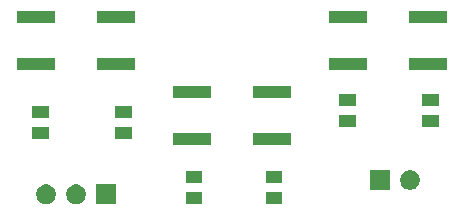
<source format=gbr>
G04 #@! TF.GenerationSoftware,KiCad,Pcbnew,(5.1.4)-1*
G04 #@! TF.CreationDate,2019-11-04T21:22:20-05:00*
G04 #@! TF.ProjectId,ButtonBoard,42757474-6f6e-4426-9f61-72642e6b6963,rev?*
G04 #@! TF.SameCoordinates,Original*
G04 #@! TF.FileFunction,Soldermask,Bot*
G04 #@! TF.FilePolarity,Negative*
%FSLAX46Y46*%
G04 Gerber Fmt 4.6, Leading zero omitted, Abs format (unit mm)*
G04 Created by KiCad (PCBNEW (5.1.4)-1) date 2019-11-04 21:22:20*
%MOMM*%
%LPD*%
G04 APERTURE LIST*
%ADD10C,1.000000*%
G04 APERTURE END LIST*
D10*
G36*
X3365500Y-13825500D02*
G01*
X1714500Y-13825500D01*
X1714500Y-12174500D01*
X3365500Y-12174500D01*
X3365500Y-13825500D01*
X3365500Y-13825500D01*
G37*
G36*
X-2299212Y-12206223D02*
G01*
X-2148978Y-12268452D01*
X-2013777Y-12358790D01*
X-1898790Y-12473777D01*
X-1808452Y-12608978D01*
X-1746223Y-12759212D01*
X-1714500Y-12918694D01*
X-1714500Y-13081306D01*
X-1746223Y-13240788D01*
X-1808452Y-13391022D01*
X-1898790Y-13526223D01*
X-2013777Y-13641210D01*
X-2148978Y-13731548D01*
X-2299212Y-13793777D01*
X-2458694Y-13825500D01*
X-2621306Y-13825500D01*
X-2780788Y-13793777D01*
X-2931022Y-13731548D01*
X-3066223Y-13641210D01*
X-3181210Y-13526223D01*
X-3271548Y-13391022D01*
X-3333777Y-13240788D01*
X-3365500Y-13081306D01*
X-3365500Y-12918694D01*
X-3333777Y-12759212D01*
X-3271548Y-12608978D01*
X-3181210Y-12473777D01*
X-3066223Y-12358790D01*
X-2931022Y-12268452D01*
X-2780788Y-12206223D01*
X-2621306Y-12174500D01*
X-2458694Y-12174500D01*
X-2299212Y-12206223D01*
X-2299212Y-12206223D01*
G37*
G36*
X240788Y-12206223D02*
G01*
X391022Y-12268452D01*
X526223Y-12358790D01*
X641210Y-12473777D01*
X731548Y-12608978D01*
X793777Y-12759212D01*
X825500Y-12918694D01*
X825500Y-13081306D01*
X793777Y-13240788D01*
X731548Y-13391022D01*
X641210Y-13526223D01*
X526223Y-13641210D01*
X391022Y-13731548D01*
X240788Y-13793777D01*
X81306Y-13825500D01*
X-81306Y-13825500D01*
X-240788Y-13793777D01*
X-391022Y-13731548D01*
X-526223Y-13641210D01*
X-641210Y-13526223D01*
X-731548Y-13391022D01*
X-793777Y-13240788D01*
X-825500Y-13081306D01*
X-825500Y-12918694D01*
X-793777Y-12759212D01*
X-731548Y-12608978D01*
X-641210Y-12473777D01*
X-526223Y-12358790D01*
X-391022Y-12268452D01*
X-240788Y-12206223D01*
X-81306Y-12174500D01*
X81306Y-12174500D01*
X240788Y-12206223D01*
X240788Y-12206223D01*
G37*
G36*
X17450000Y-13787000D02*
G01*
X16050000Y-13787000D01*
X16050000Y-12771000D01*
X17450000Y-12771000D01*
X17450000Y-13787000D01*
X17450000Y-13787000D01*
G37*
G36*
X10698500Y-13786000D02*
G01*
X9301500Y-13786000D01*
X9301500Y-12770000D01*
X10698500Y-12770000D01*
X10698500Y-13786000D01*
X10698500Y-13786000D01*
G37*
G36*
X28510788Y-11006223D02*
G01*
X28661022Y-11068452D01*
X28796223Y-11158790D01*
X28911210Y-11273777D01*
X29001548Y-11408978D01*
X29063777Y-11559212D01*
X29095500Y-11718694D01*
X29095500Y-11881306D01*
X29063777Y-12040788D01*
X29001548Y-12191022D01*
X28911210Y-12326223D01*
X28796223Y-12441210D01*
X28661022Y-12531548D01*
X28510788Y-12593777D01*
X28351306Y-12625500D01*
X28188694Y-12625500D01*
X28029212Y-12593777D01*
X27878978Y-12531548D01*
X27743777Y-12441210D01*
X27628790Y-12326223D01*
X27538452Y-12191022D01*
X27476223Y-12040788D01*
X27444500Y-11881306D01*
X27444500Y-11718694D01*
X27476223Y-11559212D01*
X27538452Y-11408978D01*
X27628790Y-11273777D01*
X27743777Y-11158790D01*
X27878978Y-11068452D01*
X28029212Y-11006223D01*
X28188694Y-10974500D01*
X28351306Y-10974500D01*
X28510788Y-11006223D01*
X28510788Y-11006223D01*
G37*
G36*
X26555500Y-12625500D02*
G01*
X24904500Y-12625500D01*
X24904500Y-10974500D01*
X26555500Y-10974500D01*
X26555500Y-12625500D01*
X26555500Y-12625500D01*
G37*
G36*
X10698500Y-12008000D02*
G01*
X9301500Y-12008000D01*
X9301500Y-10992000D01*
X10698500Y-10992000D01*
X10698500Y-12008000D01*
X10698500Y-12008000D01*
G37*
G36*
X17450000Y-12008000D02*
G01*
X16050000Y-12008000D01*
X16050000Y-10992000D01*
X17450000Y-10992000D01*
X17450000Y-12008000D01*
X17450000Y-12008000D01*
G37*
G36*
X18208000Y-8850000D02*
G01*
X15008000Y-8850000D01*
X15008000Y-7850000D01*
X18208000Y-7850000D01*
X18208000Y-8850000D01*
X18208000Y-8850000D01*
G37*
G36*
X11408000Y-8850000D02*
G01*
X8208000Y-8850000D01*
X8208000Y-7850000D01*
X11408000Y-7850000D01*
X11408000Y-8850000D01*
X11408000Y-8850000D01*
G37*
G36*
X4700000Y-8287000D02*
G01*
X3300000Y-8287000D01*
X3300000Y-7271000D01*
X4700000Y-7271000D01*
X4700000Y-8287000D01*
X4700000Y-8287000D01*
G37*
G36*
X-2301500Y-8286000D02*
G01*
X-3698500Y-8286000D01*
X-3698500Y-7270000D01*
X-2301500Y-7270000D01*
X-2301500Y-8286000D01*
X-2301500Y-8286000D01*
G37*
G36*
X30700000Y-7287000D02*
G01*
X29300000Y-7287000D01*
X29300000Y-6271000D01*
X30700000Y-6271000D01*
X30700000Y-7287000D01*
X30700000Y-7287000D01*
G37*
G36*
X23698500Y-7286000D02*
G01*
X22301500Y-7286000D01*
X22301500Y-6270000D01*
X23698500Y-6270000D01*
X23698500Y-7286000D01*
X23698500Y-7286000D01*
G37*
G36*
X4700000Y-6508000D02*
G01*
X3300000Y-6508000D01*
X3300000Y-5492000D01*
X4700000Y-5492000D01*
X4700000Y-6508000D01*
X4700000Y-6508000D01*
G37*
G36*
X-2301500Y-6508000D02*
G01*
X-3698500Y-6508000D01*
X-3698500Y-5492000D01*
X-2301500Y-5492000D01*
X-2301500Y-6508000D01*
X-2301500Y-6508000D01*
G37*
G36*
X23698500Y-5508000D02*
G01*
X22301500Y-5508000D01*
X22301500Y-4492000D01*
X23698500Y-4492000D01*
X23698500Y-5508000D01*
X23698500Y-5508000D01*
G37*
G36*
X30700000Y-5508000D02*
G01*
X29300000Y-5508000D01*
X29300000Y-4492000D01*
X30700000Y-4492000D01*
X30700000Y-5508000D01*
X30700000Y-5508000D01*
G37*
G36*
X18208000Y-4850000D02*
G01*
X15008000Y-4850000D01*
X15008000Y-3850000D01*
X18208000Y-3850000D01*
X18208000Y-4850000D01*
X18208000Y-4850000D01*
G37*
G36*
X11408000Y-4850000D02*
G01*
X8208000Y-4850000D01*
X8208000Y-3850000D01*
X11408000Y-3850000D01*
X11408000Y-4850000D01*
X11408000Y-4850000D01*
G37*
G36*
X24616000Y-2500000D02*
G01*
X21416000Y-2500000D01*
X21416000Y-1500000D01*
X24616000Y-1500000D01*
X24616000Y-2500000D01*
X24616000Y-2500000D01*
G37*
G36*
X5000000Y-2500000D02*
G01*
X1800000Y-2500000D01*
X1800000Y-1500000D01*
X5000000Y-1500000D01*
X5000000Y-2500000D01*
X5000000Y-2500000D01*
G37*
G36*
X-1800000Y-2500000D02*
G01*
X-5000000Y-2500000D01*
X-5000000Y-1500000D01*
X-1800000Y-1500000D01*
X-1800000Y-2500000D01*
X-1800000Y-2500000D01*
G37*
G36*
X31416000Y-2500000D02*
G01*
X28216000Y-2500000D01*
X28216000Y-1500000D01*
X31416000Y-1500000D01*
X31416000Y-2500000D01*
X31416000Y-2500000D01*
G37*
G36*
X5000000Y1500000D02*
G01*
X1800000Y1500000D01*
X1800000Y2500000D01*
X5000000Y2500000D01*
X5000000Y1500000D01*
X5000000Y1500000D01*
G37*
G36*
X-1800000Y1500000D02*
G01*
X-5000000Y1500000D01*
X-5000000Y2500000D01*
X-1800000Y2500000D01*
X-1800000Y1500000D01*
X-1800000Y1500000D01*
G37*
G36*
X31416000Y1500000D02*
G01*
X28216000Y1500000D01*
X28216000Y2500000D01*
X31416000Y2500000D01*
X31416000Y1500000D01*
X31416000Y1500000D01*
G37*
G36*
X24616000Y1500000D02*
G01*
X21416000Y1500000D01*
X21416000Y2500000D01*
X24616000Y2500000D01*
X24616000Y1500000D01*
X24616000Y1500000D01*
G37*
M02*

</source>
